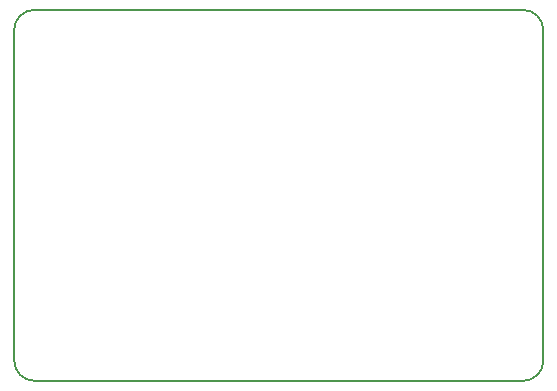
<source format=gbo>
G04 #@! TF.GenerationSoftware,KiCad,Pcbnew,5.1.2*
G04 #@! TF.CreationDate,2019-07-22T02:15:18+02:00*
G04 #@! TF.ProjectId,OtterScreen,4f747465-7253-4637-9265-656e2e6b6963,rev?*
G04 #@! TF.SameCoordinates,Original*
G04 #@! TF.FileFunction,Legend,Bot*
G04 #@! TF.FilePolarity,Positive*
%FSLAX46Y46*%
G04 Gerber Fmt 4.6, Leading zero omitted, Abs format (unit mm)*
G04 Created by KiCad (PCBNEW 5.1.2) date 2019-07-22 02:15:18*
%MOMM*%
%LPD*%
G04 APERTURE LIST*
%ADD10C,0.150000*%
G04 APERTURE END LIST*
D10*
X164099999Y-114200001D02*
G75*
G02X165800000Y-115900000I1J-1700000D01*
G01*
X121000001Y-115900001D02*
G75*
G02X122700000Y-114200000I1700000J1D01*
G01*
X122700001Y-145599999D02*
G75*
G02X121000000Y-143900000I-1J1700000D01*
G01*
X165800000Y-143900000D02*
G75*
G02X164100000Y-145600000I-1700000J0D01*
G01*
X164100000Y-145600000D02*
X136200000Y-145600000D01*
X165800000Y-115900000D02*
X165800000Y-143900000D01*
X122700000Y-114200000D02*
X164099999Y-114200001D01*
X121000000Y-143900000D02*
X121000001Y-115900001D01*
X136200000Y-145600000D02*
X122700001Y-145599999D01*
M02*

</source>
